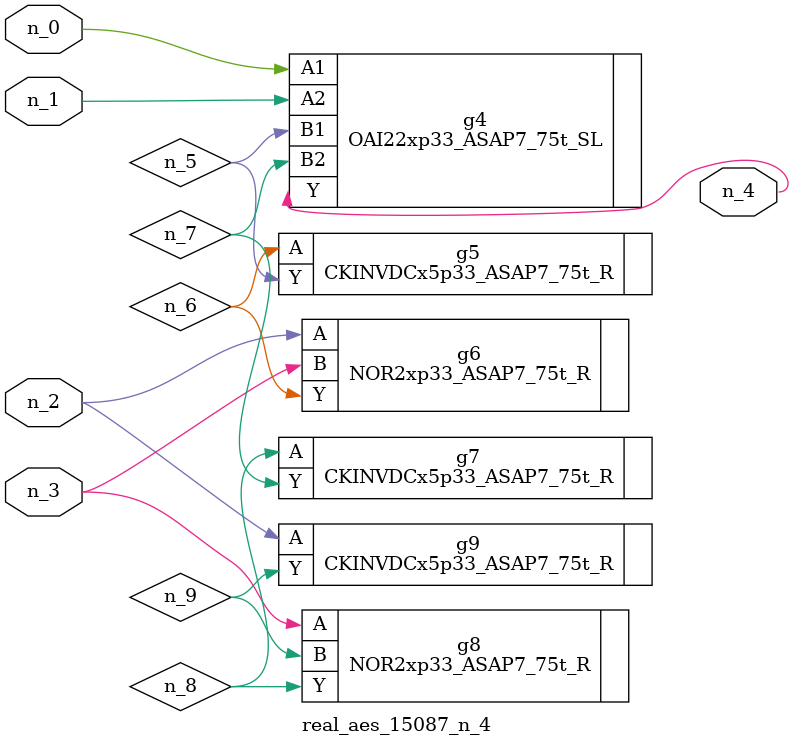
<source format=v>
module real_aes_15087_n_4 (n_0, n_3, n_2, n_1, n_4);
input n_0;
input n_3;
input n_2;
input n_1;
output n_4;
wire n_5;
wire n_7;
wire n_9;
wire n_6;
wire n_8;
OAI22xp33_ASAP7_75t_SL g4 ( .A1(n_0), .A2(n_1), .B1(n_5), .B2(n_7), .Y(n_4) );
NOR2xp33_ASAP7_75t_R g6 ( .A(n_2), .B(n_3), .Y(n_6) );
CKINVDCx5p33_ASAP7_75t_R g9 ( .A(n_2), .Y(n_9) );
NOR2xp33_ASAP7_75t_R g8 ( .A(n_3), .B(n_9), .Y(n_8) );
CKINVDCx5p33_ASAP7_75t_R g5 ( .A(n_6), .Y(n_5) );
CKINVDCx5p33_ASAP7_75t_R g7 ( .A(n_8), .Y(n_7) );
endmodule
</source>
